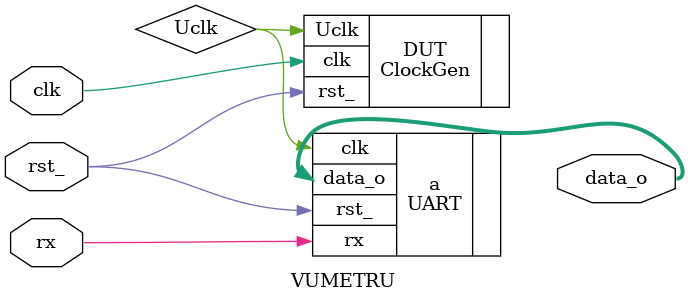
<source format=v>
module VUMETRU(clk,rst_,rx,data_o);
input clk, rst_, rx;
output [7:0] data_o;
wire Uclk;

UART a(.clk(Uclk),.rst_(rst_),.rx(rx),.data_o(data_o));
ClockGen #(.a(50000000),.b(153600),.Olength(10)) DUT(.clk(clk),.rst_(rst_),.Uclk(Uclk));


endmodule

</source>
